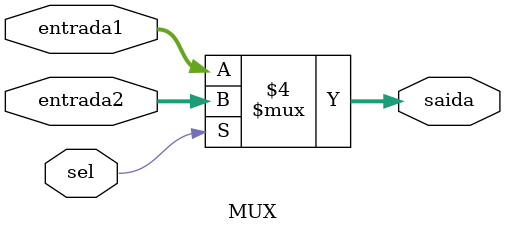
<source format=v>

module MUX (input sel, input[7:0] entrada1, entrada2, output reg[7:0] saida);
	always@(*)
		begin
			if(sel == 0)
				saida = entrada1;
			else
				saida = entrada2;
		end
endmodule

</source>
